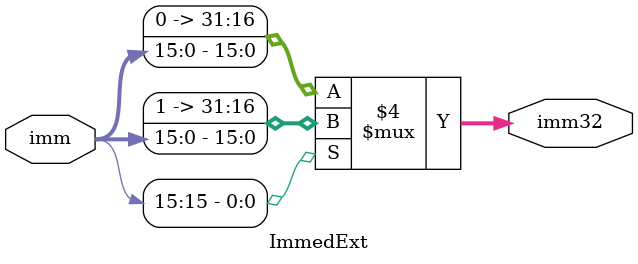
<source format=v>
`timescale 1ns / 1ps


module ImmedExt(
    input [15:0] imm, // input imm, 16 bits  
    
    output reg [31:0] imm32 // output imm32, 32 bits
);

    always @(*)
    begin
        if (imm[15] == 1'b1) // sign extension
            imm32 <= {16'b1111111111111111, imm}; // 1's-extension
        else
            imm32 <= {16'b0000000000000000, imm}; // 0's-extension
    end
    
endmodule

</source>
